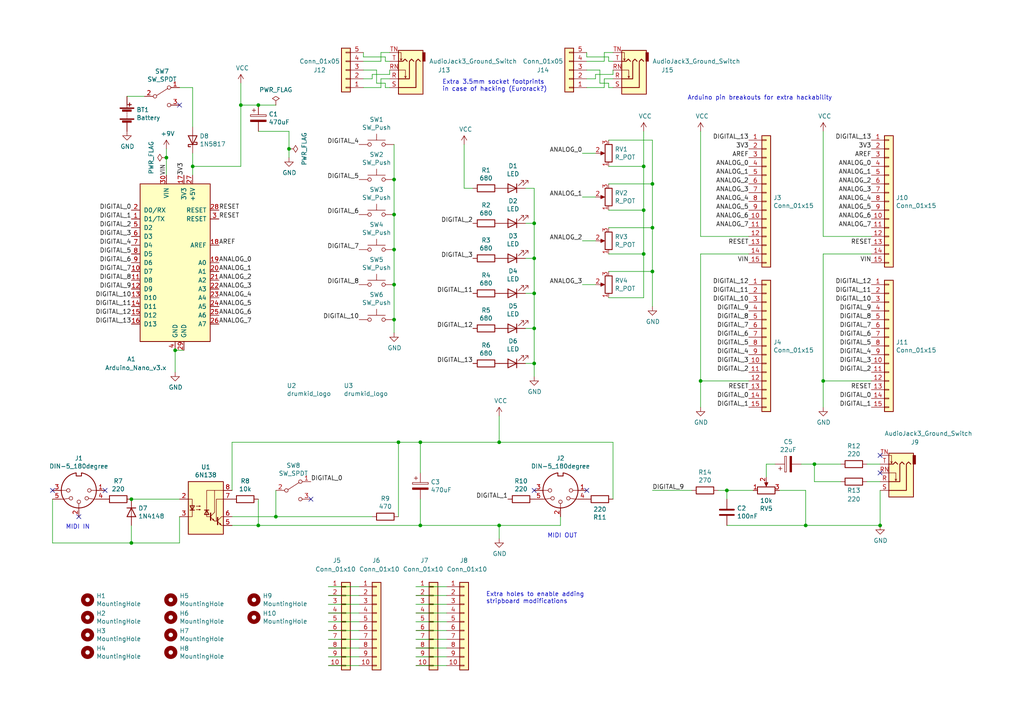
<source format=kicad_sch>
(kicad_sch (version 20211123) (generator eeschema)
  (paper "A4")
  (title_block (title "DrumKid") (rev "v12") (company "by Matt Bradshaw"))
  (lib_symbols
    (symbol "Connector:DIN-5_180degree" (pin_names (offset 1.016))
      (property "Reference" "J" (at 3.175 5.715 0))
      (property "Value" "DIN-5_180degree" (at 0 -6.35 0))
      (symbol "DIN-5_180degree_1_1"
        (pin passive line (at -7.62 0 0) (length 2.54) (name "~") (number "1"))
        (pin passive line (at 0 7.62 270) (length 2.54) (name "~") (number "2"))
        (pin passive line (at 7.62 0 180) (length 2.54) (name "~") (number "3"))
        (pin passive line (at -7.62 2.54 0) (length 2.54) (name "~") (number "4"))
        (pin passive line (at 7.62 2.54 180) (length 2.54) (name "~") (number "5"))
      )
    )
    (symbol "Connector_Generic:Conn_01x05" (pin_names (offset 1.016) hide)
      (property "Reference" "J" (at 0 7.62 0))
      (property "Value" "Conn_01x05" (at 0 -7.62 0))
      (symbol "Conn_01x05_1_1"
        (pin passive line (at -5.08 5.08 0) (length 3.81) (name "Pin_1") (number "1"))
        (pin passive line (at -5.08 2.54 0) (length 3.81) (name "Pin_2") (number "2"))
        (pin passive line (at -5.08 0 0) (length 3.81) (name "Pin_3") (number "3"))
        (pin passive line (at -5.08 -2.54 0) (length 3.81) (name "Pin_4") (number "4"))
        (pin passive line (at -5.08 -5.08 0) (length 3.81) (name "Pin_5") (number "5"))
      )
    )
    (symbol "Connector_Generic:Conn_01x10" (pin_names (offset 1.016) hide)
      (property "Reference" "J" (at 0 12.7 0))
      (property "Value" "Conn_01x10" (at 0 -15.24 0))
      (symbol "Conn_01x10_1_1"
        (pin passive line (at -5.08 10.16 0) (length 3.81) (name "Pin_1") (number "1"))
        (pin passive line (at -5.08 -12.7 0) (length 3.81) (name "Pin_10") (number "10"))
        (pin passive line (at -5.08 7.62 0) (length 3.81) (name "Pin_2") (number "2"))
        (pin passive line (at -5.08 5.08 0) (length 3.81) (name "Pin_3") (number "3"))
        (pin passive line (at -5.08 2.54 0) (length 3.81) (name "Pin_4") (number "4"))
        (pin passive line (at -5.08 0 0) (length 3.81) (name "Pin_5") (number "5"))
        (pin passive line (at -5.08 -2.54 0) (length 3.81) (name "Pin_6") (number "6"))
        (pin passive line (at -5.08 -5.08 0) (length 3.81) (name "Pin_7") (number "7"))
        (pin passive line (at -5.08 -7.62 0) (length 3.81) (name "Pin_8") (number "8"))
        (pin passive line (at -5.08 -10.16 0) (length 3.81) (name "Pin_9") (number "9"))
      )
    )
    (symbol "Connector_Generic:Conn_01x15" (pin_names (offset 1.016) hide)
      (property "Reference" "J" (at 0 20.32 0))
      (property "Value" "Conn_01x15" (at 0 -20.32 0))
      (symbol "Conn_01x15_1_1"
        (pin passive line (at -5.08 17.78 0) (length 3.81) (name "Pin_1") (number "1"))
        (pin passive line (at -5.08 -5.08 0) (length 3.81) (name "Pin_10") (number "10"))
        (pin passive line (at -5.08 -7.62 0) (length 3.81) (name "Pin_11") (number "11"))
        (pin passive line (at -5.08 -10.16 0) (length 3.81) (name "Pin_12") (number "12"))
        (pin passive line (at -5.08 -12.7 0) (length 3.81) (name "Pin_13") (number "13"))
        (pin passive line (at -5.08 -15.24 0) (length 3.81) (name "Pin_14") (number "14"))
        (pin passive line (at -5.08 -17.78 0) (length 3.81) (name "Pin_15") (number "15"))
        (pin passive line (at -5.08 15.24 0) (length 3.81) (name "Pin_2") (number "2"))
        (pin passive line (at -5.08 12.7 0) (length 3.81) (name "Pin_3") (number "3"))
        (pin passive line (at -5.08 10.16 0) (length 3.81) (name "Pin_4") (number "4"))
        (pin passive line (at -5.08 7.62 0) (length 3.81) (name "Pin_5") (number "5"))
        (pin passive line (at -5.08 5.08 0) (length 3.81) (name "Pin_6") (number "6"))
        (pin passive line (at -5.08 2.54 0) (length 3.81) (name "Pin_7") (number "7"))
        (pin passive line (at -5.08 0 0) (length 3.81) (name "Pin_8") (number "8"))
        (pin passive line (at -5.08 -2.54 0) (length 3.81) (name "Pin_9") (number "9"))
      )
    )
    (symbol "Device:Battery" (pin_numbers hide) (pin_names (offset 0) hide)
      (property "Reference" "BT" (at 2.54 2.54 0))
      (property "Value" "Battery" (at 2.54 0 0))
      (symbol "Battery_1_1"
        (pin passive line (at 0 5.08 270) (length 2.54) (name "+") (number "1"))
        (pin passive line (at 0 -5.08 90) (length 2.54) (name "-") (number "2"))
      )
    )
    (symbol "Device:C" (pin_numbers hide) (pin_names (offset 0.254))
      (property "Reference" "C" (at 0.635 2.54 0))
      (property "Value" "C" (at 0.635 -2.54 0))
      (symbol "C_1_1"
        (pin passive line (at 0 3.81 270) (length 2.794) (name "~") (number "1"))
        (pin passive line (at 0 -3.81 90) (length 2.794) (name "~") (number "2"))
      )
    )
    (symbol "Device:LED" (pin_numbers hide) (pin_names (offset 1.016) hide)
      (property "Reference" "D" (at 0 2.54 0))
      (property "Value" "LED" (at 0 -2.54 0))
      (symbol "LED_1_1"
        (pin passive line (at -3.81 0 0) (length 2.54) (name "K") (number "1"))
        (pin passive line (at 3.81 0 180) (length 2.54) (name "A") (number "2"))
      )
    )
    (symbol "Device:R" (pin_numbers hide) (pin_names (offset 0))
      (property "Reference" "R" (at 2.032 0 90))
      (property "Value" "R" (at 0 0 90))
      (symbol "R_1_1"
        (pin passive line (at 0 3.81 270) (length 1.27) (name "~") (number "1"))
        (pin passive line (at 0 -3.81 90) (length 1.27) (name "~") (number "2"))
      )
    )
    (symbol "Diode:1N4148" (pin_numbers hide) (pin_names (offset 1.016) hide)
      (property "Reference" "D" (at 0 2.54 0))
      (property "Value" "1N4148" (at 0 -2.54 0))
      (symbol "1N4148_1_1"
        (pin passive line (at -3.81 0 0) (length 2.54) (name "K") (number "1"))
        (pin passive line (at 3.81 0 180) (length 2.54) (name "A") (number "2"))
      )
    )
    (symbol "Diode:1N5817" (pin_numbers hide) (pin_names (offset 1.016) hide)
      (property "Reference" "D" (at 0 2.54 0))
      (property "Value" "1N5817" (at 0 -2.54 0))
      (symbol "1N5817_1_1"
        (pin passive line (at -3.81 0 0) (length 2.54) (name "K") (number "1"))
        (pin passive line (at 3.81 0 180) (length 2.54) (name "A") (number "2"))
      )
    )
    (symbol "Isolator:6N138" (pin_names (offset 1.016) hide)
      (property "Reference" "U" (at -4.064 8.89 0))
      (property "Value" "6N138" (at 2.286 8.89 0))
      (symbol "6N138_1_1"
        (pin no_connect line (at -5.08 5.08 0) (length 2.54) hide (name "NC") (number "1"))
        (pin passive line (at -7.62 2.54 0) (length 2.54) (name "C1") (number "2"))
        (pin passive line (at -7.62 -2.54 0) (length 2.54) (name "C2") (number "3"))
        (pin no_connect line (at -5.08 -5.08 0) (length 2.54) hide (name "NC") (number "4"))
        (pin passive line (at 7.62 -5.08 180) (length 2.54) (name "GND") (number "5"))
        (pin passive line (at 7.62 -2.54 180) (length 2.54) (name "VO2") (number "6"))
        (pin passive line (at 7.62 2.54 180) (length 2.54) (name "VO1") (number "7"))
        (pin passive line (at 7.62 5.08 180) (length 2.54) (name "VCC") (number "8"))
      )
    )
    (symbol "Mechanical:MountingHole" (pin_names (offset 1.016))
      (property "Reference" "H" (at 0 5.08 0))
      (property "Value" "MountingHole" (at 0 3.175 0))
    )
    (symbol "Switch:SW_Push" (pin_numbers hide) (pin_names (offset 1.016) hide)
      (property "Reference" "SW" (at 1.27 2.54 0))
      (property "Value" "SW_Push" (at 0 -1.524 0))
      (symbol "SW_Push_0_1"
        (pin passive line (at -5.08 0 0) (length 2.54) (name "1") (number "1"))
        (pin passive line (at 5.08 0 180) (length 2.54) (name "2") (number "2"))
      )
    )
    (symbol "Switch:SW_SPDT" (pin_names (offset 0) hide)
      (property "Reference" "SW" (at 0 4.318 0))
      (property "Value" "SW_SPDT" (at 0 -5.08 0))
      (symbol "SW_SPDT_1_1"
        (pin passive line (at 5.08 2.54 180) (length 2.54) (name "A") (number "1"))
        (pin passive line (at -5.08 0 0) (length 2.54) (name "B") (number "2"))
        (pin passive line (at 5.08 -2.54 180) (length 2.54) (name "C") (number "3"))
      )
    )
    (symbol "arduino_nano_v3.x:Arduino_Nano_v3.x" (pin_names (offset 1.016))
      (property "Reference" "A" (at -5.08 26.035 0))
      (property "Value" "Arduino_Nano_v3.x" (at -5.08 24.13 0))
      (symbol "Arduino_Nano_v3.x_1_1"
        (pin bidirectional line (at -12.7 12.7 0) (length 2.54) (name "D1/TX") (number "1"))
        (pin bidirectional line (at -12.7 -2.54 0) (length 2.54) (name "D7") (number "10"))
        (pin bidirectional line (at -12.7 -5.08 0) (length 2.54) (name "D8") (number "11"))
        (pin bidirectional line (at -12.7 -7.62 0) (length 2.54) (name "D9") (number "12"))
        (pin bidirectional line (at -12.7 -10.16 0) (length 2.54) (name "D10") (number "13"))
        (pin bidirectional line (at -12.7 -12.7 0) (length 2.54) (name "D11") (number "14"))
        (pin bidirectional line (at -12.7 -15.24 0) (length 2.54) (name "D12") (number "15"))
        (pin bidirectional line (at -12.7 -17.78 0) (length 2.54) (name "D13") (number "16"))
        (pin power_out line (at 2.54 25.4 270) (length 2.54) (name "3V3") (number "17"))
        (pin input line (at 12.7 5.08 180) (length 2.54) (name "AREF") (number "18"))
        (pin bidirectional line (at 12.7 0 180) (length 2.54) (name "A0") (number "19"))
        (pin bidirectional line (at -12.7 15.24 0) (length 2.54) (name "D0/RX") (number "2"))
        (pin bidirectional line (at 12.7 -2.54 180) (length 2.54) (name "A1") (number "20"))
        (pin bidirectional line (at 12.7 -5.08 180) (length 2.54) (name "A2") (number "21"))
        (pin bidirectional line (at 12.7 -7.62 180) (length 2.54) (name "A3") (number "22"))
        (pin bidirectional line (at 12.7 -10.16 180) (length 2.54) (name "A4") (number "23"))
        (pin bidirectional line (at 12.7 -12.7 180) (length 2.54) (name "A5") (number "24"))
        (pin bidirectional line (at 12.7 -15.24 180) (length 2.54) (name "A6") (number "25"))
        (pin bidirectional line (at 12.7 -17.78 180) (length 2.54) (name "A7") (number "26"))
        (pin bidirectional line (at 5.08 25.4 270) (length 2.54) (name "+5V") (number "27"))
        (pin input line (at 12.7 15.24 180) (length 2.54) (name "RESET") (number "28"))
        (pin power_in line (at 2.54 -25.4 90) (length 2.54) (name "GND") (number "29"))
        (pin input line (at 12.7 12.7 180) (length 2.54) (name "RESET") (number "3"))
        (pin power_in line (at -2.54 25.4 270) (length 2.54) (name "VIN") (number "30"))
        (pin power_in line (at 0 -25.4 90) (length 2.54) (name "GND") (number "4"))
        (pin bidirectional line (at -12.7 10.16 0) (length 2.54) (name "D2") (number "5"))
        (pin bidirectional line (at -12.7 7.62 0) (length 2.54) (name "D3") (number "6"))
        (pin bidirectional line (at -12.7 5.08 0) (length 2.54) (name "D4") (number "7"))
        (pin bidirectional line (at -12.7 2.54 0) (length 2.54) (name "D5") (number "8"))
        (pin bidirectional line (at -12.7 0 0) (length 2.54) (name "D6") (number "9"))
      )
    )
    (symbol "drumkid-rescue:AudioJack3_Ground_Switch-Connector" (pin_names (offset 1.016))
      (property "Reference" "J" (at 0 8.89 0))
      (property "Value" "AudioJack3_Ground_Switch-Connector" (at 0 6.35 0))
      (symbol "AudioJack3_Ground_Switch-Connector_1_1"
        (pin passive line (at 5.08 0 180) (length 2.54) (name "~") (number "R"))
        (pin passive line (at 5.08 -2.54 180) (length 2.54) (name "~") (number "RN"))
        (pin passive line (at 5.08 2.54 180) (length 2.54) (name "~") (number "S"))
        (pin passive line (at 5.08 -5.08 180) (length 2.54) (name "~") (number "T"))
        (pin passive line (at 5.08 -7.62 180) (length 2.54) (name "~") (number "TN"))
      )
    )
    (symbol "drumkid-rescue:CP-Device" (pin_numbers hide) (pin_names (offset 0.254))
      (property "Reference" "C" (at 0.635 2.54 0))
      (property "Value" "CP-Device" (at 0.635 -2.54 0))
      (symbol "CP-Device_1_1"
        (pin passive line (at 0 3.81 270) (length 2.794) (name "~") (number "1"))
        (pin passive line (at 0 -3.81 90) (length 2.794) (name "~") (number "2"))
      )
    )
    (symbol "drumkid-rescue:R_POT-Device" (pin_names (offset 1.016) hide)
      (property "Reference" "RV" (at -4.445 0 90))
      (property "Value" "R_POT-Device" (at -2.54 0 90))
      (symbol "R_POT-Device_1_1"
        (pin passive line (at 0 3.81 270) (length 1.27) (name "1") (number "1"))
        (pin passive line (at 3.81 0 180) (length 1.27) (name "2") (number "2"))
        (pin passive line (at 0 -3.81 90) (length 1.27) (name "3") (number "3"))
      )
    )
    (symbol "drumkidcustom:drumkid_logo" (pin_numbers hide) (pin_names (offset 0) hide)
      (property "Reference" "U" (at 0 0 0))
      (property "Value" "drumkid_logo" (at 0 -2.54 0))
    )
    (symbol "power:+9V" (power) (pin_names (offset 0))
      (property "Value" "+9V" (at 0 3.556 0))
      (symbol "+9V_1_1"
        (pin power_in line (at 0 0 90) (length 0) hide (name "+9V") (number "1"))
      )
    )
    (symbol "power:GND" (power) (pin_names (offset 0))
      (property "Value" "GND" (at 0 -3.81 0))
      (symbol "GND_1_1"
        (pin power_in line (at 0 0 270) (length 0) hide (name "GND") (number "1"))
      )
    )
    (symbol "power:PWR_FLAG" (power) (pin_numbers hide) (pin_names (offset 0) hide)
      (property "Value" "PWR_FLAG" (at 0 3.81 0))
      (symbol "PWR_FLAG_0_0"
        (pin power_out line (at 0 0 90) (length 0) (name "pwr") (number "1"))
      )
    )
    (symbol "power:VCC" (power) (pin_names (offset 0))
      (property "Value" "VCC" (at 0 3.81 0))
      (symbol "VCC_1_1"
        (pin power_in line (at 0 0 90) (length 0) hide (name "VCC") (number "1"))
      )
    )
  )
  (junction (at 69.85 30.48))
  (junction (at 83.82 43.18))
  (junction (at 236.22 134.62))
  (junction (at 114.3 82.55))
  (junction (at 38.1 144.78))
  (junction (at 233.68 152.4))
  (junction (at 255.27 152.4))
  (junction (at 38.1 157.48))
  (junction (at 114.3 72.39))
  (junction (at 48.26 45.72))
  (junction (at 144.78 152.4))
  (junction (at 189.23 53.34))
  (junction (at 203.2 110.49))
  (junction (at 186.69 73.66))
  (junction (at 210.82 142.24))
  (junction (at 121.92 152.4))
  (junction (at 114.3 52.07))
  (junction (at 80.01 149.86))
  (junction (at 189.23 66.04))
  (junction (at 238.76 110.49))
  (junction (at 154.94 95.25))
  (junction (at 121.92 128.27))
  (junction (at 154.94 85.09))
  (junction (at 144.78 128.27))
  (junction (at 115.57 128.27))
  (junction (at 55.88 48.26))
  (junction (at 74.93 30.48))
  (junction (at 186.69 60.96))
  (junction (at 189.23 78.74))
  (junction (at 154.94 105.41))
  (junction (at 154.94 64.77))
  (junction (at 114.3 62.23))
  (junction (at 50.8 101.6))
  (junction (at 114.3 92.71))
  (junction (at 74.93 152.4))
  (junction (at 154.94 74.93))
  (junction (at 186.69 48.26))
  (no_connect (at 170.18 142.24))
  (no_connect (at 90.17 144.78))
  (no_connect (at 15.24 142.24))
  (no_connect (at 52.07 30.48))
  (no_connect (at 255.27 132.08))
  (no_connect (at 154.94 142.24))
  (no_connect (at 255.27 137.16))
  (no_connect (at 22.86 149.86))
  (no_connect (at 30.48 142.24))
  (wire (pts (xy 15.24 144.78) (xy 15.24 157.48)))
  (wire (pts (xy 111.76 16.51) (xy 105.41 16.51)))
  (wire (pts (xy 110.49 25.4) (xy 105.41 25.4)))
  (wire (pts (xy 110.49 17.78) (xy 110.49 15.24)))
  (wire (pts (xy 111.76 25.4) (xy 113.03 25.4)))
  (wire (pts (xy 217.17 73.66) (xy 203.2 73.66)))
  (wire (pts (xy 55.88 25.4) (xy 55.88 36.83)))
  (wire (pts (xy 186.69 48.26) (xy 176.53 48.26)))
  (wire (pts (xy 120.65 177.8) (xy 129.54 177.8)))
  (wire (pts (xy 95.25 180.34) (xy 104.14 180.34)))
  (wire (pts (xy 233.68 152.4) (xy 255.27 152.4)))
  (wire (pts (xy 120.65 190.5) (xy 129.54 190.5)))
  (wire (pts (xy 120.65 182.88) (xy 129.54 182.88)))
  (wire (pts (xy 120.65 180.34) (xy 129.54 180.34)))
  (wire (pts (xy 121.92 128.27) (xy 144.78 128.27)))
  (wire (pts (xy 232.41 134.62) (xy 236.22 134.62)))
  (wire (pts (xy 95.25 177.8) (xy 104.14 177.8)))
  (wire (pts (xy 236.22 134.62) (xy 236.22 139.7)))
  (wire (pts (xy 74.93 144.78) (xy 74.93 152.4)))
  (wire (pts (xy 186.69 60.96) (xy 176.53 60.96)))
  (wire (pts (xy 80.01 149.86) (xy 107.95 149.86)))
  (wire (pts (xy 120.65 172.72) (xy 129.54 172.72)))
  (wire (pts (xy 218.44 142.24) (xy 210.82 142.24)))
  (wire (pts (xy 238.76 110.49) (xy 238.76 118.11)))
  (wire (pts (xy 162.56 152.4) (xy 162.56 149.86)))
  (wire (pts (xy 114.3 82.55) (xy 114.3 92.71)))
  (wire (pts (xy 109.22 20.32) (xy 105.41 20.32)))
  (wire (pts (xy 95.25 170.18) (xy 104.14 170.18)))
  (wire (pts (xy 152.4 54.61) (xy 154.94 54.61)))
  (wire (pts (xy 144.78 152.4) (xy 162.56 152.4)))
  (wire (pts (xy 38.1 144.78) (xy 52.07 144.78)))
  (wire (pts (xy 113.03 17.78) (xy 111.76 17.78)))
  (wire (pts (xy 38.1 157.48) (xy 38.1 152.4)))
  (wire (pts (xy 210.82 142.24) (xy 208.28 142.24)))
  (wire (pts (xy 177.8 128.27) (xy 144.78 128.27)))
  (wire (pts (xy 176.53 78.74) (xy 189.23 78.74)))
  (wire (pts (xy 217.17 110.49) (xy 203.2 110.49)))
  (wire (pts (xy 55.88 48.26) (xy 69.85 48.26)))
  (wire (pts (xy 238.76 73.66) (xy 238.76 110.49)))
  (wire (pts (xy 55.88 50.8) (xy 55.88 48.26)))
  (wire (pts (xy 251.46 134.62) (xy 255.27 134.62)))
  (wire (pts (xy 238.76 68.58) (xy 252.73 68.58)))
  (wire (pts (xy 210.82 152.4) (xy 233.68 152.4)))
  (wire (pts (xy 175.26 25.4) (xy 175.26 22.86)))
  (wire (pts (xy 83.82 38.1) (xy 83.82 43.18)))
  (wire (pts (xy 226.06 142.24) (xy 233.68 142.24)))
  (wire (pts (xy 67.31 149.86) (xy 80.01 149.86)))
  (wire (pts (xy 170.18 25.4) (xy 175.26 25.4)))
  (wire (pts (xy 121.92 144.78) (xy 121.92 152.4)))
  (wire (pts (xy 175.26 17.78) (xy 175.26 15.24)))
  (wire (pts (xy 176.53 17.78) (xy 176.53 16.51)))
  (wire (pts (xy 120.65 185.42) (xy 129.54 185.42)))
  (wire (pts (xy 252.73 73.66) (xy 238.76 73.66)))
  (wire (pts (xy 134.62 41.91) (xy 134.62 54.61)))
  (wire (pts (xy 109.22 24.13) (xy 109.22 20.32)))
  (wire (pts (xy 203.2 68.58) (xy 217.17 68.58)))
  (wire (pts (xy 55.88 48.26) (xy 55.88 44.45)))
  (wire (pts (xy 222.25 138.43) (xy 222.25 134.62)))
  (wire (pts (xy 52.07 157.48) (xy 38.1 157.48)))
  (wire (pts (xy 176.53 40.64) (xy 189.23 40.64)))
  (wire (pts (xy 115.57 128.27) (xy 121.92 128.27)))
  (wire (pts (xy 114.3 52.07) (xy 114.3 62.23)))
  (wire (pts (xy 110.49 22.86) (xy 113.03 22.86)))
  (wire (pts (xy 210.82 144.78) (xy 210.82 142.24)))
  (wire (pts (xy 95.25 172.72) (xy 104.14 172.72)))
  (wire (pts (xy 177.8 17.78) (xy 176.53 17.78)))
  (wire (pts (xy 236.22 134.62) (xy 243.84 134.62)))
  (wire (pts (xy 236.22 139.7) (xy 243.84 139.7)))
  (wire (pts (xy 114.3 92.71) (xy 114.3 96.52)))
  (wire (pts (xy 52.07 149.86) (xy 52.07 157.48)))
  (wire (pts (xy 95.25 187.96) (xy 104.14 187.96)))
  (wire (pts (xy 154.94 54.61) (xy 154.94 64.77)))
  (wire (pts (xy 154.94 64.77) (xy 154.94 74.93)))
  (wire (pts (xy 173.99 20.32) (xy 170.18 20.32)))
  (wire (pts (xy 154.94 105.41) (xy 152.4 105.41)))
  (wire (pts (xy 233.68 142.24) (xy 233.68 152.4)))
  (wire (pts (xy 105.41 16.51) (xy 105.41 15.24)))
  (wire (pts (xy 69.85 30.48) (xy 74.93 30.48)))
  (wire (pts (xy 67.31 142.24) (xy 67.31 128.27)))
  (wire (pts (xy 110.49 15.24) (xy 113.03 15.24)))
  (wire (pts (xy 48.26 50.8) (xy 48.26 45.72)))
  (wire (pts (xy 144.78 120.65) (xy 144.78 128.27)))
  (wire (pts (xy 152.4 95.25) (xy 154.94 95.25)))
  (wire (pts (xy 74.93 30.48) (xy 80.01 30.48)))
  (wire (pts (xy 173.99 24.13) (xy 173.99 20.32)))
  (wire (pts (xy 154.94 109.22) (xy 154.94 105.41)))
  (wire (pts (xy 67.31 152.4) (xy 74.93 152.4)))
  (wire (pts (xy 115.57 149.86) (xy 115.57 128.27)))
  (wire (pts (xy 186.69 48.26) (xy 186.69 60.96)))
  (wire (pts (xy 177.8 144.78) (xy 177.8 128.27)))
  (wire (pts (xy 120.65 175.26) (xy 129.54 175.26)))
  (wire (pts (xy 95.25 175.26) (xy 104.14 175.26)))
  (wire (pts (xy 252.73 110.49) (xy 238.76 110.49)))
  (wire (pts (xy 121.92 137.16) (xy 121.92 128.27)))
  (wire (pts (xy 80.01 142.24) (xy 80.01 149.86)))
  (wire (pts (xy 114.3 72.39) (xy 114.3 82.55)))
  (wire (pts (xy 95.25 185.42) (xy 104.14 185.42)))
  (wire (pts (xy 154.94 74.93) (xy 154.94 85.09)))
  (wire (pts (xy 154.94 95.25) (xy 154.94 105.41)))
  (wire (pts (xy 152.4 64.77) (xy 154.94 64.77)))
  (wire (pts (xy 107.95 21.59) (xy 113.03 21.59)))
  (wire (pts (xy 15.24 157.48) (xy 38.1 157.48)))
  (wire (pts (xy 74.93 38.1) (xy 83.82 38.1)))
  (wire (pts (xy 170.18 16.51) (xy 170.18 15.24)))
  (wire (pts (xy 120.65 187.96) (xy 129.54 187.96)))
  (wire (pts (xy 176.53 24.13) (xy 173.99 24.13)))
  (wire (pts (xy 176.53 86.36) (xy 186.69 86.36)))
  (wire (pts (xy 55.88 25.4) (xy 52.07 25.4)))
  (wire (pts (xy 189.23 142.24) (xy 200.66 142.24)))
  (wire (pts (xy 67.31 128.27) (xy 115.57 128.27)))
  (wire (pts (xy 176.53 25.4) (xy 176.53 24.13)))
  (wire (pts (xy 137.16 54.61) (xy 134.62 54.61)))
  (wire (pts (xy 74.93 152.4) (xy 121.92 152.4)))
  (wire (pts (xy 170.18 17.78) (xy 175.26 17.78)))
  (wire (pts (xy 176.53 66.04) (xy 189.23 66.04)))
  (wire (pts (xy 107.95 22.86) (xy 107.95 21.59)))
  (wire (pts (xy 83.82 43.18) (xy 83.82 45.72)))
  (wire (pts (xy 121.92 152.4) (xy 144.78 152.4)))
  (wire (pts (xy 176.53 16.51) (xy 170.18 16.51)))
  (wire (pts (xy 111.76 24.13) (xy 109.22 24.13)))
  (wire (pts (xy 168.91 57.15) (xy 172.72 57.15)))
  (wire (pts (xy 203.2 110.49) (xy 203.2 118.11)))
  (wire (pts (xy 168.91 82.55) (xy 172.72 82.55)))
  (wire (pts (xy 69.85 30.48) (xy 69.85 24.13)))
  (wire (pts (xy 255.27 142.24) (xy 255.27 152.4)))
  (wire (pts (xy 203.2 73.66) (xy 203.2 110.49)))
  (wire (pts (xy 152.4 85.09) (xy 154.94 85.09)))
  (wire (pts (xy 36.83 27.94) (xy 41.91 27.94)))
  (wire (pts (xy 114.3 41.91) (xy 114.3 52.07)))
  (wire (pts (xy 203.2 38.1) (xy 203.2 68.58)))
  (wire (pts (xy 110.49 25.4) (xy 110.49 22.86)))
  (wire (pts (xy 168.91 69.85) (xy 172.72 69.85)))
  (wire (pts (xy 189.23 53.34) (xy 176.53 53.34)))
  (wire (pts (xy 238.76 38.1) (xy 238.76 68.58)))
  (wire (pts (xy 50.8 101.6) (xy 53.34 101.6)))
  (wire (pts (xy 95.25 182.88) (xy 104.14 182.88)))
  (wire (pts (xy 48.26 45.72) (xy 48.26 43.18)))
  (wire (pts (xy 222.25 134.62) (xy 224.79 134.62)))
  (wire (pts (xy 111.76 17.78) (xy 111.76 16.51)))
  (wire (pts (xy 105.41 22.86) (xy 107.95 22.86)))
  (wire (pts (xy 189.23 78.74) (xy 189.23 88.9)))
  (wire (pts (xy 177.8 21.59) (xy 177.8 20.32)))
  (wire (pts (xy 186.69 86.36) (xy 186.69 73.66)))
  (wire (pts (xy 113.03 21.59) (xy 113.03 20.32)))
  (wire (pts (xy 175.26 22.86) (xy 177.8 22.86)))
  (wire (pts (xy 176.53 73.66) (xy 186.69 73.66)))
  (wire (pts (xy 111.76 25.4) (xy 111.76 24.13)))
  (wire (pts (xy 189.23 53.34) (xy 189.23 66.04)))
  (wire (pts (xy 120.65 193.04) (xy 129.54 193.04)))
  (wire (pts (xy 152.4 74.93) (xy 154.94 74.93)))
  (wire (pts (xy 175.26 15.24) (xy 177.8 15.24)))
  (wire (pts (xy 186.69 73.66) (xy 186.69 60.96)))
  (wire (pts (xy 114.3 62.23) (xy 114.3 72.39)))
  (wire (pts (xy 69.85 48.26) (xy 69.85 30.48)))
  (wire (pts (xy 251.46 139.7) (xy 255.27 139.7)))
  (wire (pts (xy 95.25 190.5) (xy 104.14 190.5)))
  (wire (pts (xy 189.23 78.74) (xy 189.23 66.04)))
  (wire (pts (xy 177.8 25.4) (xy 176.53 25.4)))
  (wire (pts (xy 189.23 40.64) (xy 189.23 53.34)))
  (wire (pts (xy 168.91 44.45) (xy 172.72 44.45)))
  (wire (pts (xy 95.25 193.04) (xy 104.14 193.04)))
  (wire (pts (xy 172.72 21.59) (xy 177.8 21.59)))
  (wire (pts (xy 105.41 17.78) (xy 110.49 17.78)))
  (wire (pts (xy 144.78 156.21) (xy 144.78 152.4)))
  (wire (pts (xy 170.18 22.86) (xy 172.72 22.86)))
  (wire (pts (xy 50.8 101.6) (xy 50.8 107.95)))
  (wire (pts (xy 172.72 22.86) (xy 172.72 21.59)))
  (wire (pts (xy 154.94 85.09) (xy 154.94 95.25)))
  (wire (pts (xy 120.65 170.18) (xy 129.54 170.18)))
  (wire (pts (xy 186.69 38.1) (xy 186.69 48.26)))
  (text "MIDI OUT" (at 158.75 156.21 0) (effects (font (size 1.27 1.27)) (justify left bottom)))
  (text "Arduino pin breakouts for extra hackability" (at 199.39 29.21 0) (effects (font (size 1.27 1.27)) (justify left bottom)))
  (text "Extra holes to enable adding\nstripboard modifications" (at 140.97 175.26 0) (effects (font (size 1.27 1.27)) (justify left bottom)))
  (text "MIDI IN" (at 19.05 153.67 0) (effects (font (size 1.27 1.27)) (justify left bottom)))
  (text "Extra 3.5mm socket footprints\nin case of hacking (Eurorack?)" (at 128.27 26.67 0) (effects (font (size 1.27 1.27)) (justify left bottom)))
  (label "RESET" (at 63.5 63.5 0))
  (label "DIGITAL_8" (at 252.73 92.71 180))
  (label "DIGITAL_1" (at 38.1 63.5 180))
  (label "ANALOG_2" (at 217.17 53.34 180))
  (label "ANALOG_3" (at 63.5 83.82 0))
  (label "DIGITAL_11" (at 137.16 85.09 180))
  (label "ANALOG_5" (at 217.17 60.96 180))
  (label "DIGITAL_6" (at 38.1 76.2 180))
  (label "ANALOG_2" (at 168.91 69.85 180))
  (label "DIGITAL_12" (at 137.16 95.25 180))
  (label "ANALOG_7" (at 63.5 93.98 0))
  (label "DIGITAL_3" (at 252.73 105.41 180))
  (label "DIGITAL_8" (at 104.14 82.55 180))
  (label "DIGITAL_9" (at 38.1 83.82 180))
  (label "AREF" (at 252.73 45.72 180))
  (label "DIGITAL_7" (at 38.1 78.74 180))
  (label "ANALOG_0" (at 217.17 48.26 180))
  (label "DIGITAL_12" (at 217.17 82.55 180))
  (label "DIGITAL_6" (at 252.73 97.79 180))
  (label "VIN" (at 252.73 76.2 180))
  (label "3V3" (at 252.73 43.18 180))
  (label "DIGITAL_3" (at 217.17 105.41 180))
  (label "DIGITAL_3" (at 137.16 74.93 180))
  (label "DIGITAL_2" (at 137.16 64.77 180))
  (label "DIGITAL_1" (at 252.73 118.11 180))
  (label "DIGITAL_8" (at 217.17 92.71 180))
  (label "DIGITAL_7" (at 252.73 95.25 180))
  (label "DIGITAL_0" (at 90.17 139.7 0))
  (label "DIGITAL_13" (at 252.73 40.64 180))
  (label "ANALOG_0" (at 63.5 76.2 0))
  (label "DIGITAL_5" (at 217.17 100.33 180))
  (label "ANALOG_2" (at 252.73 53.34 180))
  (label "DIGITAL_2" (at 217.17 107.95 180))
  (label "RESET" (at 217.17 71.12 180))
  (label "DIGITAL_3" (at 38.1 68.58 180))
  (label "DIGITAL_2" (at 38.1 66.04 180))
  (label "ANALOG_6" (at 252.73 63.5 180))
  (label "ANALOG_0" (at 168.91 44.45 180))
  (label "ANALOG_0" (at 252.73 48.26 180))
  (label "DIGITAL_5" (at 104.14 52.07 180))
  (label "RESET" (at 217.17 113.03 180))
  (label "DIGITAL_1" (at 217.17 118.11 180))
  (label "DIGITAL_0" (at 252.73 115.57 180))
  (label "RESET" (at 252.73 113.03 180))
  (label "ANALOG_6" (at 63.5 91.44 0))
  (label "DIGITAL_4" (at 252.73 102.87 180))
  (label "ANALOG_3" (at 217.17 55.88 180))
  (label "DIGITAL_5" (at 38.1 73.66 180))
  (label "DIGITAL_6" (at 217.17 97.79 180))
  (label "DIGITAL_4" (at 38.1 71.12 180))
  (label "3V3" (at 217.17 43.18 180))
  (label "DIGITAL_9" (at 189.23 142.24 0))
  (label "DIGITAL_2" (at 252.73 107.95 180))
  (label "ANALOG_7" (at 217.17 66.04 180))
  (label "DIGITAL_12" (at 252.73 82.55 180))
  (label "DIGITAL_8" (at 38.1 81.28 180))
  (label "DIGITAL_10" (at 104.14 92.71 180))
  (label "DIGITAL_7" (at 104.14 72.39 180))
  (label "DIGITAL_4" (at 104.14 41.91 180))
  (label "DIGITAL_0" (at 38.1 60.96 180))
  (label "DIGITAL_1" (at 147.32 144.78 180))
  (label "DIGITAL_12" (at 38.1 91.44 180))
  (label "DIGITAL_5" (at 252.73 100.33 180))
  (label "ANALOG_5" (at 63.5 88.9 0))
  (label "ANALOG_4" (at 252.73 58.42 180))
  (label "VIN" (at 48.26 50.8 90))
  (label "ANALOG_1" (at 63.5 78.74 0))
  (label "ANALOG_1" (at 168.91 57.15 180))
  (label "ANALOG_3" (at 168.91 82.55 180))
  (label "DIGITAL_10" (at 217.17 87.63 180))
  (label "DIGITAL_13" (at 38.1 93.98 180))
  (label "RESET" (at 252.73 71.12 180))
  (label "DIGITAL_6" (at 104.14 62.23 180))
  (label "ANALOG_3" (at 252.73 55.88 180))
  (label "AREF" (at 217.17 45.72 180))
  (label "ANALOG_6" (at 217.17 63.5 180))
  (label "AREF" (at 63.5 71.12 0))
  (label "ANALOG_2" (at 63.5 81.28 0))
  (label "DIGITAL_10" (at 38.1 86.36 180))
  (label "3V3" (at 53.34 50.8 90))
  (label "ANALOG_4" (at 217.17 58.42 180))
  (label "DIGITAL_11" (at 217.17 85.09 180))
  (label "RESET" (at 63.5 60.96 0))
  (label "DIGITAL_13" (at 137.16 105.41 180))
  (label "DIGITAL_13" (at 217.17 40.64 180))
  (label "DIGITAL_10" (at 252.73 87.63 180))
  (label "ANALOG_5" (at 252.73 60.96 180))
  (label "ANALOG_1" (at 252.73 50.8 180))
  (label "DIGITAL_7" (at 217.17 95.25 180))
  (label "DIGITAL_9" (at 252.73 90.17 180))
  (label "DIGITAL_9" (at 217.17 90.17 180))
  (label "ANALOG_7" (at 252.73 66.04 180))
  (label "ANALOG_1" (at 217.17 50.8 180))
  (label "VIN" (at 217.17 76.2 180))
  (label "DIGITAL_11" (at 252.73 85.09 180))
  (label "ANALOG_4" (at 63.5 86.36 0))
  (label "DIGITAL_4" (at 217.17 102.87 180))
  (label "DIGITAL_0" (at 217.17 115.57 180))
  (label "DIGITAL_11" (at 38.1 88.9 180))
  (symbol (lib_id "Device:LED") (at 148.59 64.77 180) (unit 1)
    (property "Reference" "D2" (at 148.7932 58.293 0))
    (property "Value" "LED" (at 148.7932 60.6044 0))
    (property "Footprint" "drumkidcustom:LED_D5.0mm" (effects hide))
  )
  (symbol (lib_id "Device:R") (at 140.97 64.77 270) (unit 1)
    (property "Reference" "R2" (at 140.97 59.5122 90))
    (property "Value" "680" (at 140.97 61.8236 90))
    (property "Footprint" "Resistor_SMD:R_0805_2012Metric" (effects hide))
  )
  (symbol (lib_id "Device:Battery") (at 36.83 33.02 0) (unit 1)
    (property "Reference" "BT1" (at 39.5732 31.8516 0) (effects (justify left)))
    (property "Value" "Battery" (at 39.5732 34.163 0) (effects (justify left)))
    (property "Footprint" "Connector_Wire:SolderWirePad_1x02_P5.08mm_Drill1.5mm" (effects hide))
  )
  (symbol (lib_id "power:PWR_FLAG") (at 80.01 30.48 0) (unit 1)
    (property "Reference" "#FLG02" (effects hide))
    (property "Value" "PWR_FLAG" (at 80.01 26.0604 0))
  )
  (symbol (lib_id "Switch:SW_SPDT") (at 46.99 27.94 0) (unit 1)
    (property "Reference" "SW7" (at 46.99 20.701 0))
    (property "Value" "SW_SPDT" (at 46.99 23.0124 0))
    (property "Footprint" "drumkidcustom:EG1206" (effects hide))
  )
  (symbol (lib_id "Device:LED") (at 148.59 74.93 180) (unit 1)
    (property "Reference" "D3" (at 148.7932 68.453 0))
    (property "Value" "LED" (at 148.7932 70.7644 0))
    (property "Footprint" "drumkidcustom:LED_D5.0mm" (effects hide))
  )
  (symbol (lib_id "Device:LED") (at 148.59 85.09 180) (unit 1)
    (property "Reference" "D4" (at 148.7932 78.613 0))
    (property "Value" "LED" (at 148.7932 80.9244 0))
    (property "Footprint" "drumkidcustom:LED_D5.0mm" (effects hide))
  )
  (symbol (lib_id "Device:LED") (at 148.59 95.25 180) (unit 1)
    (property "Reference" "D5" (at 148.7932 88.773 0))
    (property "Value" "LED" (at 148.7932 91.0844 0))
    (property "Footprint" "drumkidcustom:LED_D5.0mm" (effects hide))
  )
  (symbol (lib_id "Device:LED") (at 148.59 105.41 180) (unit 1)
    (property "Reference" "D6" (at 148.7932 98.933 0))
    (property "Value" "LED" (at 148.7932 101.2444 0))
    (property "Footprint" "drumkidcustom:LED_D5.0mm" (effects hide))
  )
  (symbol (lib_id "Device:R") (at 140.97 74.93 270) (unit 1)
    (property "Reference" "R3" (at 140.97 69.6722 90))
    (property "Value" "680" (at 140.97 71.9836 90))
    (property "Footprint" "Resistor_SMD:R_0805_2012Metric" (effects hide))
  )
  (symbol (lib_id "Device:R") (at 140.97 85.09 270) (unit 1)
    (property "Reference" "R4" (at 140.97 79.8322 90))
    (property "Value" "680" (at 140.97 82.1436 90))
    (property "Footprint" "Resistor_SMD:R_0805_2012Metric" (effects hide))
  )
  (symbol (lib_id "Device:R") (at 140.97 95.25 270) (unit 1)
    (property "Reference" "R5" (at 140.97 89.9922 90))
    (property "Value" "680" (at 140.97 92.3036 90))
    (property "Footprint" "Resistor_SMD:R_0805_2012Metric" (effects hide))
  )
  (symbol (lib_id "Device:R") (at 140.97 105.41 270) (unit 1)
    (property "Reference" "R6" (at 140.97 100.1522 90))
    (property "Value" "680" (at 140.97 102.4636 90))
    (property "Footprint" "Resistor_SMD:R_0805_2012Metric" (effects hide))
  )
  (symbol (lib_id "Switch:SW_Push") (at 109.22 41.91 0) (unit 1)
    (property "Reference" "SW1" (at 109.22 34.671 0))
    (property "Value" "SW_Push" (at 109.22 36.9824 0))
    (property "Footprint" "drumkidcustom:SW_PUSH-12mm_Wuerth-430476085716" (effects hide))
  )
  (symbol (lib_id "Switch:SW_Push") (at 109.22 52.07 0) (unit 1)
    (property "Reference" "SW2" (at 109.22 44.831 0))
    (property "Value" "SW_Push" (at 109.22 47.1424 0))
    (property "Footprint" "drumkidcustom:SW_PUSH-12mm_Wuerth-430476085716" (effects hide))
  )
  (symbol (lib_id "Switch:SW_Push") (at 109.22 62.23 0) (unit 1)
    (property "Reference" "SW3" (at 109.22 54.991 0))
    (property "Value" "SW_Push" (at 109.22 57.3024 0))
    (property "Footprint" "drumkidcustom:SW_PUSH-12mm_Wuerth-430476085716" (effects hide))
  )
  (symbol (lib_id "Switch:SW_Push") (at 109.22 72.39 0) (unit 1)
    (property "Reference" "SW4" (at 109.22 65.151 0))
    (property "Value" "SW_Push" (at 109.22 67.4624 0))
    (property "Footprint" "drumkidcustom:SW_PUSH-12mm_Wuerth-430476085716" (effects hide))
  )
  (symbol (lib_id "Switch:SW_Push") (at 109.22 82.55 0) (unit 1)
    (property "Reference" "SW5" (at 109.22 75.311 0))
    (property "Value" "SW_Push" (at 109.22 77.6224 0))
    (property "Footprint" "drumkidcustom:SW_PUSH-12mm_Wuerth-430476085716" (effects hide))
  )
  (symbol (lib_id "power:GND") (at 154.94 109.22 0) (unit 1)
    (property "Reference" "#PWR011" (effects hide))
    (property "Value" "GND" (at 155.067 113.6142 0))
  )
  (symbol (lib_id "drumkid-rescue:R_POT-Device") (at 176.53 44.45 180) (unit 1)
    (property "Reference" "RV1" (at 178.308 43.2816 0) (effects (justify right)))
    (property "Value" "R_POT" (at 178.308 45.593 0) (effects (justify right)))
    (property "Footprint" "drumkidcustom:Potentiometer_Alps_RK09K_Single_Vertical" (effects hide))
  )
  (symbol (lib_id "drumkid-rescue:R_POT-Device") (at 176.53 57.15 180) (unit 1)
    (property "Reference" "RV2" (at 178.308 55.9816 0) (effects (justify right)))
    (property "Value" "R_POT" (at 178.308 58.293 0) (effects (justify right)))
    (property "Footprint" "drumkidcustom:Potentiometer_Alps_RK09K_Single_Vertical" (effects hide))
  )
  (symbol (lib_id "drumkid-rescue:R_POT-Device") (at 176.53 69.85 180) (unit 1)
    (property "Reference" "RV3" (at 178.308 68.6816 0) (effects (justify right)))
    (property "Value" "R_POT" (at 178.308 70.993 0) (effects (justify right)))
    (property "Footprint" "drumkidcustom:Potentiometer_Alps_RK09K_Single_Vertical" (effects hide))
  )
  (symbol (lib_id "power:GND") (at 189.23 88.9 0) (unit 1)
    (property "Reference" "#PWR012" (effects hide))
    (property "Value" "GND" (at 189.357 93.2942 0))
  )
  (symbol (lib_id "drumkid-rescue:AudioJack3_Ground_Switch-Connector") (at 260.35 139.7 180) (unit 1)
    (property "Reference" "J9" (at 264.16 128.27 0) (effects (justify right)))
    (property "Value" "AudioJack3_Ground_Switch" (at 256.54 125.73 0) (effects (justify right)))
    (property "Footprint" "drumkidcustom:Tayda_3.5mm_stereo_TRS_jack_A-853" (effects hide))
  )
  (symbol (lib_id "drumkid-rescue:R_POT-Device") (at 222.25 142.24 90) (unit 1)
    (property "Reference" "RV5" (at 222.25 147.4978 90))
    (property "Value" "10k" (at 222.25 145.1864 90))
    (property "Footprint" "drumkidcustom:Potentiometer_Alps_RK09K_Single_Vertical" (effects hide))
  )
  (symbol (lib_id "Switch:SW_Push") (at 109.22 92.71 0) (unit 1)
    (property "Reference" "SW6" (at 109.22 85.471 0))
    (property "Value" "SW_Push" (at 109.22 87.7824 0))
    (property "Footprint" "drumkidcustom:SW_PUSH-12mm_Wuerth-430476085716" (effects hide))
  )
  (symbol (lib_id "drumkid-rescue:R_POT-Device") (at 176.53 82.55 180) (unit 1)
    (property "Reference" "RV4" (at 178.308 81.3816 0) (effects (justify right)))
    (property "Value" "R_POT" (at 178.308 83.693 0) (effects (justify right)))
    (property "Footprint" "drumkidcustom:Potentiometer_Alps_RK09K_Single_Vertical" (effects hide))
  )
  (symbol (lib_id "Mechanical:MountingHole") (at 25.4 173.99 0) (unit 1)
    (property "Reference" "H1" (at 27.94 172.8216 0) (effects (justify left)))
    (property "Value" "MountingHole" (at 27.94 175.133 0) (effects (justify left)))
    (property "Footprint" "drumkidcustom:MountingHole_3.2mm_M3" (effects hide))
  )
  (symbol (lib_id "Mechanical:MountingHole") (at 25.4 179.07 0) (unit 1)
    (property "Reference" "H2" (at 27.94 177.9016 0) (effects (justify left)))
    (property "Value" "MountingHole" (at 27.94 180.213 0) (effects (justify left)))
    (property "Footprint" "drumkidcustom:MountingHole_3.2mm_M3" (effects hide))
  )
  (symbol (lib_id "Mechanical:MountingHole") (at 25.4 184.15 0) (unit 1)
    (property "Reference" "H3" (at 27.94 182.9816 0) (effects (justify left)))
    (property "Value" "MountingHole" (at 27.94 185.293 0) (effects (justify left)))
    (property "Footprint" "drumkidcustom:MountingHole_3.2mm_M3" (effects hide))
  )
  (symbol (lib_id "Mechanical:MountingHole") (at 25.4 189.23 0) (unit 1)
    (property "Reference" "H4" (at 27.94 188.0616 0) (effects (justify left)))
    (property "Value" "MountingHole" (at 27.94 190.373 0) (effects (justify left)))
    (property "Footprint" "drumkidcustom:MountingHole_3.2mm_M3" (effects hide))
  )
  (symbol (lib_id "Mechanical:MountingHole") (at 49.53 173.99 0) (unit 1)
    (property "Reference" "H5" (at 52.07 172.8216 0) (effects (justify left)))
    (property "Value" "MountingHole" (at 52.07 175.133 0) (effects (justify left)))
    (property "Footprint" "drumkidcustom:MountingHole_3.2mm_M3" (effects hide))
  )
  (symbol (lib_id "Mechanical:MountingHole") (at 49.53 179.07 0) (unit 1)
    (property "Reference" "H6" (at 52.07 177.9016 0) (effects (justify left)))
    (property "Value" "MountingHole" (at 52.07 180.213 0) (effects (justify left)))
    (property "Footprint" "drumkidcustom:MountingHole_3.2mm_M3" (effects hide))
  )
  (symbol (lib_id "Mechanical:MountingHole") (at 49.53 184.15 0) (unit 1)
    (property "Reference" "H7" (at 52.07 182.9816 0) (effects (justify left)))
    (property "Value" "MountingHole" (at 52.07 185.293 0) (effects (justify left)))
    (property "Footprint" "drumkidcustom:MountingHole_3.2mm_M3" (effects hide))
  )
  (symbol (lib_id "Mechanical:MountingHole") (at 49.53 189.23 0) (unit 1)
    (property "Reference" "H8" (at 52.07 188.0616 0) (effects (justify left)))
    (property "Value" "MountingHole" (at 52.07 190.373 0) (effects (justify left)))
    (property "Footprint" "drumkidcustom:MountingHole_3.2mm_M3" (effects hide))
  )
  (symbol (lib_id "Device:LED") (at 148.59 54.61 180) (unit 1)
    (property "Reference" "D1" (at 148.7932 48.133 0))
    (property "Value" "LED" (at 148.7932 50.4444 0))
    (property "Footprint" "drumkidcustom:LED_D5.0mm" (effects hide))
  )
  (symbol (lib_id "power:GND") (at 255.27 152.4 0) (unit 1)
    (property "Reference" "#PWR0103" (effects hide))
    (property "Value" "GND" (at 255.397 156.7942 0))
  )
  (symbol (lib_id "power:+9V") (at 48.26 43.18 0) (unit 1)
    (property "Reference" "#PWR0113" (effects hide))
    (property "Value" "+9V" (at 48.641 38.7858 0))
  )
  (symbol (lib_id "power:PWR_FLAG") (at 48.26 45.72 90) (unit 1)
    (property "Reference" "#FLG0101" (effects hide))
    (property "Value" "PWR_FLAG" (at 43.8404 45.72 0))
  )
  (symbol (lib_id "power:PWR_FLAG") (at 83.82 43.18 270) (unit 1)
    (property "Reference" "#FLG0102" (effects hide))
    (property "Value" "PWR_FLAG" (at 88.2396 43.18 0))
  )
  (symbol (lib_id "drumkid-rescue:CP-Device") (at 121.92 140.97 0) (unit 1)
    (property "Reference" "C3" (at 124.9172 139.8016 0) (effects (justify left)))
    (property "Value" "470uF" (at 124.9172 142.113 0) (effects (justify left)))
    (property "Footprint" "Capacitor_THT:CP_Radial_D6.3mm_P2.50mm" (effects hide))
  )
  (symbol (lib_id "Mechanical:MountingHole") (at 73.66 173.99 0) (unit 1)
    (property "Reference" "H9" (at 76.2 172.8216 0) (effects (justify left)))
    (property "Value" "MountingHole" (at 76.2 175.133 0) (effects (justify left)))
    (property "Footprint" "drumkidcustom:MountingHole_3.2mm_M3" (effects hide))
  )
  (symbol (lib_id "Mechanical:MountingHole") (at 73.66 179.07 0) (unit 1)
    (property "Reference" "H10" (at 76.2 177.9016 0) (effects (justify left)))
    (property "Value" "MountingHole" (at 76.2 180.213 0) (effects (justify left)))
    (property "Footprint" "drumkidcustom:MountingHole_3.2mm_M3" (effects hide))
  )
  (symbol (lib_id "arduino_nano_v3.x:Arduino_Nano_v3.x") (at 50.8 76.2 0) (unit 1)
    (property "Reference" "A1" (at 38.1 104.14 0))
    (property "Value" "Arduino_Nano_v3.x" (at 39.37 106.68 0))
    (property "Footprint" "Module:Arduino_Nano_WithMountingHoles" (effects hide))
    (property "Datasheet" "http://www.mouser.com/pdfdocs/Gravitech_Arduino_Nano3_0.pdf" (effects hide))
  )
  (symbol (lib_id "power:GND") (at 50.8 107.95 0) (unit 1)
    (property "Reference" "#PWR0104" (effects hide))
    (property "Value" "GND" (at 50.927 112.3442 0))
  )
  (symbol (lib_id "Diode:1N5817") (at 55.88 40.64 90) (unit 1)
    (property "Reference" "D8" (at 57.8866 39.4716 90) (effects (justify right)))
    (property "Value" "1N5817" (at 57.8866 41.783 90) (effects (justify right)))
    (property "Footprint" "Diode_SMD:D_SOD-123" (effects hide))
    (property "Datasheet" "http://www.vishay.com/docs/88525/1n5817.pdf" (effects hide))
  )
  (symbol (lib_id "power:VCC") (at 69.85 24.13 0) (unit 1)
    (property "Reference" "#PWR0105" (effects hide))
    (property "Value" "VCC" (at 70.2818 19.7358 0))
  )
  (symbol (lib_id "power:GND") (at 36.83 38.1 0) (unit 1)
    (property "Reference" "#PWR0106" (effects hide))
    (property "Value" "GND" (at 36.957 42.4942 0))
  )
  (symbol (lib_id "power:GND") (at 114.3 96.52 0) (unit 1)
    (property "Reference" "#PWR0101" (effects hide))
    (property "Value" "GND" (at 114.427 100.9142 0))
  )
  (symbol (lib_id "Connector:DIN-5_180degree") (at 22.86 142.24 180) (unit 1)
    (property "Reference" "J1" (at 22.86 132.9182 0))
    (property "Value" "DIN-5_180degree" (at 22.86 135.2296 0))
    (property "Footprint" "drumkidcustom:MIDI_DIN5" (effects hide))
    (property "Datasheet" "http://www.mouser.com/ds/2/18/40_c091_abd_e-75918.pdf" (effects hide))
  )
  (symbol (lib_id "power:GND") (at 144.78 156.21 0) (unit 1)
    (property "Reference" "#PWR0102" (effects hide))
    (property "Value" "GND" (at 144.907 160.6042 0))
  )
  (symbol (lib_id "Connector:DIN-5_180degree") (at 162.56 142.24 180) (unit 1)
    (property "Reference" "J2" (at 162.56 132.9182 0))
    (property "Value" "DIN-5_180degree" (at 162.56 135.2296 0))
    (property "Footprint" "drumkidcustom:MIDI_DIN5" (effects hide))
    (property "Datasheet" "http://www.mouser.com/ds/2/18/40_c091_abd_e-75918.pdf" (effects hide))
  )
  (symbol (lib_id "Device:R") (at 151.13 144.78 270) (unit 1)
    (property "Reference" "R10" (at 151.13 139.5222 90))
    (property "Value" "220" (at 151.13 141.8336 90))
    (property "Footprint" "Resistor_SMD:R_0805_2012Metric" (effects hide))
  )
  (symbol (lib_id "Device:R") (at 173.99 144.78 90) (unit 1)
    (property "Reference" "R11" (at 173.99 150.0378 90))
    (property "Value" "220" (at 173.99 147.7264 90))
    (property "Footprint" "Resistor_SMD:R_0805_2012Metric" (effects hide))
  )
  (symbol (lib_id "power:VCC") (at 144.78 120.65 0) (unit 1)
    (property "Reference" "#PWR0107" (effects hide))
    (property "Value" "VCC" (at 145.2118 116.2558 0))
  )
  (symbol (lib_id "Device:R") (at 34.29 144.78 270) (unit 1)
    (property "Reference" "R7" (at 34.29 139.5222 90))
    (property "Value" "220" (at 34.29 141.8336 90))
    (property "Footprint" "Resistor_SMD:R_0805_2012Metric" (effects hide))
  )
  (symbol (lib_id "Diode:1N4148") (at 38.1 148.59 270) (unit 1)
    (property "Reference" "D7" (at 40.1066 147.4216 90) (effects (justify left)))
    (property "Value" "1N4148" (at 40.1066 149.733 90) (effects (justify left)))
    (property "Footprint" "Diode_SMD:D_SOD-123" (effects hide))
    (property "Datasheet" "http://www.nxp.com/documents/data_sheet/1N4148_1N4448.pdf" (effects hide))
  )
  (symbol (lib_id "Isolator:6N138") (at 59.69 147.32 0) (unit 1)
    (property "Reference" "U1" (at 59.69 135.4582 0))
    (property "Value" "6N138" (at 59.69 137.7696 0))
    (property "Footprint" "Package_DIP:PowerIntegrations_SMD-8" (effects hide))
    (property "Datasheet" "http://www.onsemi.com/pub/Collateral/HCPL2731-D.pdf" (effects hide))
  )
  (symbol (lib_id "Device:R") (at 111.76 149.86 270) (unit 1)
    (property "Reference" "R9" (at 111.76 144.6022 90))
    (property "Value" "470" (at 111.76 146.9136 90))
    (property "Footprint" "Resistor_SMD:R_0805_2012Metric" (effects hide))
  )
  (symbol (lib_id "Device:R") (at 71.12 144.78 270) (unit 1)
    (property "Reference" "R8" (at 71.12 139.5222 90))
    (property "Value" "10k" (at 71.12 141.8336 90))
    (property "Footprint" "Resistor_SMD:R_0805_2012Metric" (effects hide))
  )
  (symbol (lib_id "Device:R") (at 140.97 54.61 270) (unit 1)
    (property "Reference" "R1" (at 140.97 49.3522 90))
    (property "Value" "680" (at 140.97 51.6636 90))
    (property "Footprint" "Resistor_SMD:R_0805_2012Metric" (effects hide))
  )
  (symbol (lib_id "power:VCC") (at 134.62 41.91 0) (unit 1)
    (property "Reference" "#PWR0108" (effects hide))
    (property "Value" "VCC" (at 135.0518 37.5158 0))
  )
  (symbol (lib_id "power:VCC") (at 186.69 38.1 0) (unit 1)
    (property "Reference" "#PWR0109" (effects hide))
    (property "Value" "VCC" (at 187.1218 33.7058 0))
  )
  (symbol (lib_id "Switch:SW_SPDT") (at 85.09 142.24 0) (unit 1)
    (property "Reference" "SW8" (at 85.09 135.001 0))
    (property "Value" "SW_SPDT" (at 85.09 137.3124 0))
    (property "Footprint" "drumkidcustom:EG1206" (effects hide))
  )
  (symbol (lib_id "Connector_Generic:Conn_01x15") (at 222.25 58.42 0) (unit 1)
    (property "Reference" "J3" (at 224.282 57.3532 0) (effects (justify left)))
    (property "Value" "Conn_01x15" (at 224.282 59.6646 0) (effects (justify left)))
    (property "Footprint" "Connector_PinSocket_2.54mm:PinSocket_1x15_P2.54mm_Vertical" (effects hide))
  )
  (symbol (lib_id "Connector_Generic:Conn_01x15") (at 222.25 100.33 0) (unit 1)
    (property "Reference" "J4" (at 224.282 99.2632 0) (effects (justify left)))
    (property "Value" "Conn_01x15" (at 224.282 101.5746 0) (effects (justify left)))
    (property "Footprint" "Connector_PinSocket_2.54mm:PinSocket_1x15_P2.54mm_Vertical" (effects hide))
  )
  (symbol (lib_id "power:VCC") (at 203.2 38.1 0) (unit 1)
    (property "Reference" "#PWR0110" (effects hide))
    (property "Value" "VCC" (at 203.6318 33.7058 0))
  )
  (symbol (lib_id "power:GND") (at 203.2 118.11 0) (unit 1)
    (property "Reference" "#PWR0111" (effects hide))
    (property "Value" "GND" (at 203.327 122.5042 0))
  )
  (symbol (lib_id "drumkid-rescue:CP-Device") (at 74.93 34.29 0) (unit 1)
    (property "Reference" "C1" (at 77.9272 33.1216 0) (effects (justify left)))
    (property "Value" "470uF" (at 77.9272 35.433 0) (effects (justify left)))
    (property "Footprint" "Capacitor_THT:CP_Radial_D6.3mm_P2.50mm" (effects hide))
  )
  (symbol (lib_id "power:GND") (at 83.82 45.72 0) (unit 1)
    (property "Reference" "#PWR0112" (effects hide))
    (property "Value" "GND" (at 83.947 50.1142 0))
  )
  (symbol (lib_id "drumkid-rescue:CP-Device") (at 228.6 134.62 90) (unit 1)
    (property "Reference" "C5" (at 228.6 128.143 90))
    (property "Value" "22uF" (at 228.6 130.4544 90))
    (property "Footprint" "Capacitor_SMD:C_0603_1608Metric" (effects hide))
  )
  (symbol (lib_id "Device:R") (at 247.65 134.62 270) (unit 1)
    (property "Reference" "R12" (at 247.65 129.3622 90))
    (property "Value" "220" (at 247.65 131.6736 90))
    (property "Footprint" "Resistor_SMD:R_0805_2012Metric" (effects hide))
  )
  (symbol (lib_id "Device:R") (at 247.65 139.7 270) (unit 1)
    (property "Reference" "R13" (at 247.65 142.24 90))
    (property "Value" "220" (at 247.65 144.78 90))
    (property "Footprint" "Resistor_SMD:R_0805_2012Metric" (effects hide))
  )
  (symbol (lib_id "Device:R") (at 204.47 142.24 270) (unit 1)
    (property "Reference" "R14" (at 204.47 136.9822 90))
    (property "Value" "270" (at 204.47 139.2936 90))
    (property "Footprint" "Resistor_SMD:R_0805_2012Metric" (effects hide))
  )
  (symbol (lib_id "Device:C") (at 210.82 148.59 0) (unit 1)
    (property "Reference" "C2" (at 213.741 147.4216 0) (effects (justify left)))
    (property "Value" "100nF" (at 213.741 149.733 0) (effects (justify left)))
    (property "Footprint" "Capacitor_SMD:C_0402_1005Metric" (effects hide))
  )
  (symbol (lib_id "Connector_Generic:Conn_01x15") (at 257.81 58.42 0) (unit 1)
    (property "Reference" "J10" (at 259.842 57.3532 0) (effects (justify left)))
    (property "Value" "Conn_01x15" (at 259.842 59.6646 0) (effects (justify left)))
    (property "Footprint" "Connector_PinHeader_2.54mm:PinHeader_1x15_P2.54mm_Vertical" (effects hide))
  )
  (symbol (lib_id "Connector_Generic:Conn_01x15") (at 257.81 100.33 0) (unit 1)
    (property "Reference" "J11" (at 259.842 99.2632 0) (effects (justify left)))
    (property "Value" "Conn_01x15" (at 259.842 101.5746 0) (effects (justify left)))
    (property "Footprint" "Connector_PinHeader_2.54mm:PinHeader_1x15_P2.54mm_Vertical" (effects hide))
  )
  (symbol (lib_id "power:VCC") (at 238.76 38.1 0) (unit 1)
    (property "Reference" "#PWR01" (effects hide))
    (property "Value" "VCC" (at 239.1918 33.7058 0))
  )
  (symbol (lib_id "power:GND") (at 238.76 118.11 0) (unit 1)
    (property "Reference" "#PWR02" (effects hide))
    (property "Value" "GND" (at 238.887 122.5042 0))
  )
  (symbol (lib_id "Connector_Generic:Conn_01x10") (at 100.33 180.34 0) (unit 1)
    (property "Reference" "J5" (at 96.52 162.56 0) (effects (justify left)))
    (property "Value" "Conn_01x10" (at 91.44 165.1 0) (effects (justify left)))
    (property "Footprint" "Connector_PinSocket_2.54mm:PinSocket_1x10_P2.54mm_Vertical" (effects hide))
  )
  (symbol (lib_id "Connector_Generic:Conn_01x10") (at 109.22 180.34 0) (unit 1)
    (property "Reference" "J6" (at 107.95 162.56 0) (effects (justify left)))
    (property "Value" "Conn_01x10" (at 104.14 165.1 0) (effects (justify left)))
    (property "Footprint" "Connector_PinHeader_2.54mm:PinHeader_1x10_P2.54mm_Vertical" (effects hide))
  )
  (symbol (lib_id "Connector_Generic:Conn_01x10") (at 125.73 180.34 0) (unit 1)
    (property "Reference" "J7" (at 121.92 162.56 0) (effects (justify left)))
    (property "Value" "Conn_01x10" (at 116.84 165.1 0) (effects (justify left)))
    (property "Footprint" "Connector_PinHeader_2.54mm:PinHeader_1x10_P2.54mm_Vertical" (effects hide))
  )
  (symbol (lib_id "Connector_Generic:Conn_01x10") (at 134.62 180.34 0) (unit 1)
    (property "Reference" "J8" (at 133.35 162.56 0) (effects (justify left)))
    (property "Value" "Conn_01x10" (at 129.54 165.1 0) (effects (justify left)))
    (property "Footprint" "Connector_PinSocket_2.54mm:PinSocket_1x10_P2.54mm_Vertical" (effects hide))
  )
  (symbol (lib_id "drumkid-rescue:AudioJack3_Ground_Switch-Connector") (at 182.88 22.86 180) (unit 1)
    (property "Reference" "J15" (at 191.77 20.32 0) (effects (justify right)))
    (property "Value" "AudioJack3_Ground_Switch" (at 189.23 17.78 0) (effects (justify right)))
    (property "Footprint" "drumkidcustom:Tayda_3.5mm_stereo_TRS_jack_A-853" (effects hide))
  )
  (symbol (lib_id "Connector_Generic:Conn_01x05") (at 165.1 20.32 180) (unit 1)
    (property "Reference" "J14" (at 157.48 20.32 0))
    (property "Value" "Conn_01x05" (at 157.48 17.78 0))
    (property "Footprint" "Connector_PinSocket_2.54mm:PinSocket_1x05_P2.54mm_Vertical" (effects hide))
  )
  (symbol (lib_id "drumkid-rescue:AudioJack3_Ground_Switch-Connector") (at 118.11 22.86 180) (unit 1)
    (property "Reference" "J13" (at 127 20.32 0) (effects (justify right)))
    (property "Value" "AudioJack3_Ground_Switch" (at 124.46 17.78 0) (effects (justify right)))
    (property "Footprint" "drumkidcustom:Tayda_3.5mm_stereo_TRS_jack_A-853" (effects hide))
  )
  (symbol (lib_id "Connector_Generic:Conn_01x05") (at 100.33 20.32 180) (unit 1)
    (property "Reference" "J12" (at 92.71 20.32 0))
    (property "Value" "Conn_01x05" (at 92.71 17.78 0))
    (property "Footprint" "Connector_PinSocket_2.54mm:PinSocket_1x05_P2.54mm_Vertical" (effects hide))
  )
  (symbol (lib_id "drumkidcustom:drumkid_logo") (at 82.55 113.03 0) (unit 1)
    (property "Reference" "U2" (at 83.185 111.8616 0) (effects (justify left)))
    (property "Value" "drumkid_logo" (at 83.185 114.173 0) (effects (justify left)))
    (property "Footprint" "drumkidcustom:drumkid_logo" (effects hide))
  )
  (symbol (lib_id "drumkidcustom:drumkid_logo") (at 99.06 113.03 0) (unit 1)
    (property "Reference" "U3" (at 99.695 111.8616 0) (effects (justify left)))
    (property "Value" "drumkid_logo" (at 99.695 114.173 0) (effects (justify left)))
    (property "Footprint" "drumkidcustom:drumkid_logo" (effects hide))
  )
)
</source>
